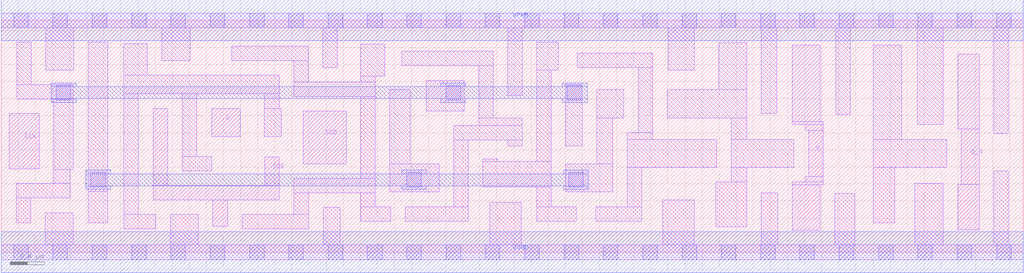
<source format=lef>
# Copyright 2020 The SkyWater PDK Authors
#
# Licensed under the Apache License, Version 2.0 (the "License");
# you may not use this file except in compliance with the License.
# You may obtain a copy of the License at
#
#     https://www.apache.org/licenses/LICENSE-2.0
#
# Unless required by applicable law or agreed to in writing, software
# distributed under the License is distributed on an "AS IS" BASIS,
# WITHOUT WARRANTIES OR CONDITIONS OF ANY KIND, either express or implied.
# See the License for the specific language governing permissions and
# limitations under the License.
#
# SPDX-License-Identifier: Apache-2.0

VERSION 5.7 ;
  NAMESCASESENSITIVE ON ;
  NOWIREEXTENSIONATPIN ON ;
  DIVIDERCHAR "/" ;
  BUSBITCHARS "[]" ;
UNITS
  DATABASE MICRONS 200 ;
END UNITS
MACRO sky130_fd_sc_hd__sdfxbp_2
  CLASS CORE ;
  SOURCE USER ;
  FOREIGN sky130_fd_sc_hd__sdfxbp_2 ;
  ORIGIN  0.000000  0.000000 ;
  SIZE  11.96000 BY  2.720000 ;
  SYMMETRY X Y R90 ;
  SITE unithd ;
  PIN D
    ANTENNAGATEAREA  0.159000 ;
    DIRECTION INPUT ;
    USE SIGNAL ;
    PORT
      LAYER li1 ;
        RECT 2.460000 1.355000 2.795000 1.685000 ;
    END
  END D
  PIN Q
    ANTENNADIFFAREA  0.445500 ;
    DIRECTION OUTPUT ;
    USE SIGNAL ;
    PORT
      LAYER li1 ;
        RECT 9.255000 0.255000 9.585000 0.790000 ;
        RECT 9.255000 0.790000 9.615000 0.825000 ;
        RECT 9.255000 1.495000 9.615000 1.530000 ;
        RECT 9.255000 1.530000 9.585000 2.430000 ;
        RECT 9.410000 0.825000 9.615000 0.890000 ;
        RECT 9.410000 1.430000 9.615000 1.495000 ;
        RECT 9.445000 0.890000 9.615000 1.430000 ;
    END
  END Q
  PIN Q_N
    ANTENNADIFFAREA  0.445500 ;
    DIRECTION OUTPUT ;
    USE SIGNAL ;
    PORT
      LAYER li1 ;
        RECT 11.190000 0.265000 11.440000 0.795000 ;
        RECT 11.190000 1.445000 11.440000 2.325000 ;
        RECT 11.235000 0.795000 11.440000 1.445000 ;
    END
  END Q_N
  PIN SCD
    ANTENNAGATEAREA  0.159000 ;
    DIRECTION INPUT ;
    USE SIGNAL ;
    PORT
      LAYER li1 ;
        RECT 3.535000 1.035000 4.035000 1.655000 ;
    END
  END SCD
  PIN SCE
    ANTENNAGATEAREA  0.318000 ;
    DIRECTION INPUT ;
    USE SIGNAL ;
    PORT
      LAYER li1 ;
        RECT 1.780000 0.615000 3.255000 0.785000 ;
        RECT 1.780000 0.785000 1.950000 1.685000 ;
        RECT 2.475000 0.305000 2.650000 0.615000 ;
        RECT 3.085000 0.785000 3.255000 1.115000 ;
    END
  END SCE
  PIN CLK
    ANTENNAGATEAREA  0.159000 ;
    DIRECTION INPUT ;
    USE CLOCK ;
    PORT
      LAYER li1 ;
        RECT 0.095000 0.975000 0.445000 1.625000 ;
    END
  END CLK
  PIN VGND
    DIRECTION INOUT ;
    SHAPE ABUTMENT ;
    USE GROUND ;
    PORT
      LAYER met1 ;
        RECT 0.000000 -0.240000 11.960000 0.240000 ;
    END
  END VGND
  PIN VPWR
    DIRECTION INOUT ;
    SHAPE ABUTMENT ;
    USE POWER ;
    PORT
      LAYER met1 ;
        RECT 0.000000 2.480000 11.960000 2.960000 ;
    END
  END VPWR
  OBS
    LAYER li1 ;
      RECT  0.000000 -0.085000 11.960000 0.085000 ;
      RECT  0.000000  2.635000 11.960000 2.805000 ;
      RECT  0.175000  0.345000  0.345000 0.635000 ;
      RECT  0.175000  0.635000  0.810000 0.805000 ;
      RECT  0.180000  1.795000  0.845000 1.965000 ;
      RECT  0.180000  1.965000  0.350000 2.465000 ;
      RECT  0.515000  0.085000  0.845000 0.465000 ;
      RECT  0.520000  2.135000  0.850000 2.635000 ;
      RECT  0.615000  0.805000  0.810000 0.970000 ;
      RECT  0.615000  0.970000  0.845000 1.795000 ;
      RECT  1.015000  0.345000  1.245000 0.715000 ;
      RECT  1.020000  0.715000  1.245000 2.465000 ;
      RECT  1.435000  0.275000  1.805000 0.445000 ;
      RECT  1.435000  0.445000  1.605000 1.860000 ;
      RECT  1.435000  1.860000  3.250000 2.075000 ;
      RECT  1.435000  2.075000  1.710000 2.445000 ;
      RECT  1.880000  2.245000  2.210000 2.635000 ;
      RECT  1.975000  0.085000  2.305000 0.445000 ;
      RECT  2.120000  0.955000  2.465000 1.125000 ;
      RECT  2.120000  1.125000  2.290000 1.860000 ;
      RECT  2.695000  2.245000  3.590000 2.415000 ;
      RECT  2.820000  0.275000  3.595000 0.445000 ;
      RECT  3.080000  1.355000  3.275000 1.685000 ;
      RECT  3.080000  1.685000  3.250000 1.860000 ;
      RECT  3.420000  1.825000  4.375000 1.995000 ;
      RECT  3.420000  1.995000  3.590000 2.245000 ;
      RECT  3.425000  0.445000  3.595000 0.695000 ;
      RECT  3.425000  0.695000  4.375000 0.865000 ;
      RECT  3.760000  2.165000  3.930000 2.635000 ;
      RECT  3.765000  0.085000  3.965000 0.525000 ;
      RECT  4.205000  0.365000  4.555000 0.535000 ;
      RECT  4.205000  0.535000  4.375000 0.695000 ;
      RECT  4.205000  0.865000  4.375000 1.825000 ;
      RECT  4.205000  1.995000  4.375000 2.065000 ;
      RECT  4.205000  2.065000  4.485000 2.440000 ;
      RECT  4.545000  0.705000  5.125000 1.035000 ;
      RECT  4.545000  1.035000  4.785000 1.905000 ;
      RECT  4.685000  2.190000  5.755000 2.360000 ;
      RECT  4.725000  0.365000  5.465000 0.535000 ;
      RECT  4.975000  1.655000  5.415000 2.010000 ;
      RECT  5.295000  0.535000  5.465000 1.315000 ;
      RECT  5.295000  1.315000  6.095000 1.485000 ;
      RECT  5.585000  1.485000  6.095000 1.575000 ;
      RECT  5.585000  1.575000  5.755000 2.190000 ;
      RECT  5.635000  0.765000  6.435000 1.065000 ;
      RECT  5.635000  1.065000  5.805000 1.095000 ;
      RECT  5.715000  0.085000  6.085000 0.585000 ;
      RECT  5.925000  1.245000  6.095000 1.315000 ;
      RECT  5.925000  1.835000  6.095000 2.635000 ;
      RECT  6.265000  0.365000  6.725000 0.535000 ;
      RECT  6.265000  0.535000  6.435000 0.765000 ;
      RECT  6.265000  1.065000  6.435000 2.135000 ;
      RECT  6.265000  2.135000  6.515000 2.465000 ;
      RECT  6.605000  0.705000  7.155000 1.035000 ;
      RECT  6.605000  1.245000  6.795000 1.965000 ;
      RECT  6.740000  2.165000  7.625000 2.335000 ;
      RECT  6.955000  0.365000  7.495000 0.535000 ;
      RECT  6.965000  1.035000  7.155000 1.575000 ;
      RECT  6.965000  1.575000  7.285000 1.905000 ;
      RECT  7.325000  0.535000  7.495000 0.995000 ;
      RECT  7.325000  0.995000  8.370000 1.325000 ;
      RECT  7.325000  1.325000  7.625000 1.405000 ;
      RECT  7.455000  1.405000  7.625000 2.165000 ;
      RECT  7.740000  0.085000  8.110000 0.615000 ;
      RECT  7.795000  1.575000  8.725000 1.905000 ;
      RECT  7.805000  2.135000  8.110000 2.635000 ;
      RECT  8.360000  0.300000  8.725000 0.825000 ;
      RECT  8.395000  1.905000  8.725000 2.455000 ;
      RECT  8.540000  0.825000  8.725000 0.995000 ;
      RECT  8.540000  0.995000  9.275000 1.325000 ;
      RECT  8.540000  1.325000  8.725000 1.575000 ;
      RECT  8.895000  0.085000  9.085000 0.695000 ;
      RECT  8.895000  1.625000  9.075000 2.635000 ;
      RECT  9.755000  0.085000  9.985000 0.690000 ;
      RECT  9.765000  1.615000  9.935000 2.635000 ;
      RECT 10.205000  0.345000 10.455000 0.995000 ;
      RECT 10.205000  0.995000 11.065000 1.325000 ;
      RECT 10.205000  1.325000 10.535000 2.425000 ;
      RECT 10.690000  0.085000 11.020000 0.805000 ;
      RECT 10.715000  1.495000 11.020000 2.635000 ;
      RECT 11.610000  0.085000 11.780000 0.955000 ;
      RECT 11.610000  1.395000 11.780000 2.635000 ;
    LAYER mcon ;
      RECT  0.145000 -0.085000  0.315000 0.085000 ;
      RECT  0.145000  2.635000  0.315000 2.805000 ;
      RECT  0.605000 -0.085000  0.775000 0.085000 ;
      RECT  0.605000  2.635000  0.775000 2.805000 ;
      RECT  0.645000  1.785000  0.815000 1.955000 ;
      RECT  1.050000  0.765000  1.220000 0.935000 ;
      RECT  1.065000 -0.085000  1.235000 0.085000 ;
      RECT  1.065000  2.635000  1.235000 2.805000 ;
      RECT  1.525000 -0.085000  1.695000 0.085000 ;
      RECT  1.525000  2.635000  1.695000 2.805000 ;
      RECT  1.985000 -0.085000  2.155000 0.085000 ;
      RECT  1.985000  2.635000  2.155000 2.805000 ;
      RECT  2.445000 -0.085000  2.615000 0.085000 ;
      RECT  2.445000  2.635000  2.615000 2.805000 ;
      RECT  2.905000 -0.085000  3.075000 0.085000 ;
      RECT  2.905000  2.635000  3.075000 2.805000 ;
      RECT  3.365000 -0.085000  3.535000 0.085000 ;
      RECT  3.365000  2.635000  3.535000 2.805000 ;
      RECT  3.825000 -0.085000  3.995000 0.085000 ;
      RECT  3.825000  2.635000  3.995000 2.805000 ;
      RECT  4.285000 -0.085000  4.455000 0.085000 ;
      RECT  4.285000  2.635000  4.455000 2.805000 ;
      RECT  4.745000 -0.085000  4.915000 0.085000 ;
      RECT  4.745000  0.765000  4.915000 0.935000 ;
      RECT  4.745000  2.635000  4.915000 2.805000 ;
      RECT  5.205000 -0.085000  5.375000 0.085000 ;
      RECT  5.205000  1.785000  5.375000 1.955000 ;
      RECT  5.205000  2.635000  5.375000 2.805000 ;
      RECT  5.665000 -0.085000  5.835000 0.085000 ;
      RECT  5.665000  2.635000  5.835000 2.805000 ;
      RECT  6.125000 -0.085000  6.295000 0.085000 ;
      RECT  6.125000  2.635000  6.295000 2.805000 ;
      RECT  6.585000 -0.085000  6.755000 0.085000 ;
      RECT  6.585000  2.635000  6.755000 2.805000 ;
      RECT  6.625000  1.785000  6.795000 1.955000 ;
      RECT  6.640000  0.765000  6.810000 0.935000 ;
      RECT  7.045000 -0.085000  7.215000 0.085000 ;
      RECT  7.045000  2.635000  7.215000 2.805000 ;
      RECT  7.505000 -0.085000  7.675000 0.085000 ;
      RECT  7.505000  2.635000  7.675000 2.805000 ;
      RECT  7.965000 -0.085000  8.135000 0.085000 ;
      RECT  7.965000  2.635000  8.135000 2.805000 ;
      RECT  8.425000 -0.085000  8.595000 0.085000 ;
      RECT  8.425000  2.635000  8.595000 2.805000 ;
      RECT  8.885000 -0.085000  9.055000 0.085000 ;
      RECT  8.885000  2.635000  9.055000 2.805000 ;
      RECT  9.345000 -0.085000  9.515000 0.085000 ;
      RECT  9.345000  2.635000  9.515000 2.805000 ;
      RECT  9.805000 -0.085000  9.975000 0.085000 ;
      RECT  9.805000  2.635000  9.975000 2.805000 ;
      RECT 10.265000 -0.085000 10.435000 0.085000 ;
      RECT 10.265000  2.635000 10.435000 2.805000 ;
      RECT 10.725000 -0.085000 10.895000 0.085000 ;
      RECT 10.725000  2.635000 10.895000 2.805000 ;
      RECT 11.185000 -0.085000 11.355000 0.085000 ;
      RECT 11.185000  2.635000 11.355000 2.805000 ;
      RECT 11.645000 -0.085000 11.815000 0.085000 ;
      RECT 11.645000  2.635000 11.815000 2.805000 ;
    LAYER met1 ;
      RECT 0.585000 1.755000 0.875000 1.800000 ;
      RECT 0.585000 1.800000 6.855000 1.940000 ;
      RECT 0.585000 1.940000 0.875000 1.985000 ;
      RECT 0.990000 0.735000 1.280000 0.780000 ;
      RECT 0.990000 0.780000 6.870000 0.920000 ;
      RECT 0.990000 0.920000 1.280000 0.965000 ;
      RECT 4.685000 0.735000 4.975000 0.780000 ;
      RECT 4.685000 0.920000 4.975000 0.965000 ;
      RECT 5.145000 1.755000 5.435000 1.800000 ;
      RECT 5.145000 1.940000 5.435000 1.985000 ;
      RECT 6.565000 1.755000 6.855000 1.800000 ;
      RECT 6.565000 1.940000 6.855000 1.985000 ;
      RECT 6.580000 0.735000 6.870000 0.780000 ;
      RECT 6.580000 0.920000 6.870000 0.965000 ;
  END
END sky130_fd_sc_hd__sdfxbp_2

</source>
